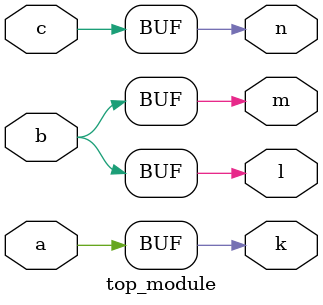
<source format=v>
module top_module( input a,b,c,output k,l,m,n );
    
    assign k = a; 
    assign l = b;
    assign m = b;
    assign n = c;
endmodule

</source>
